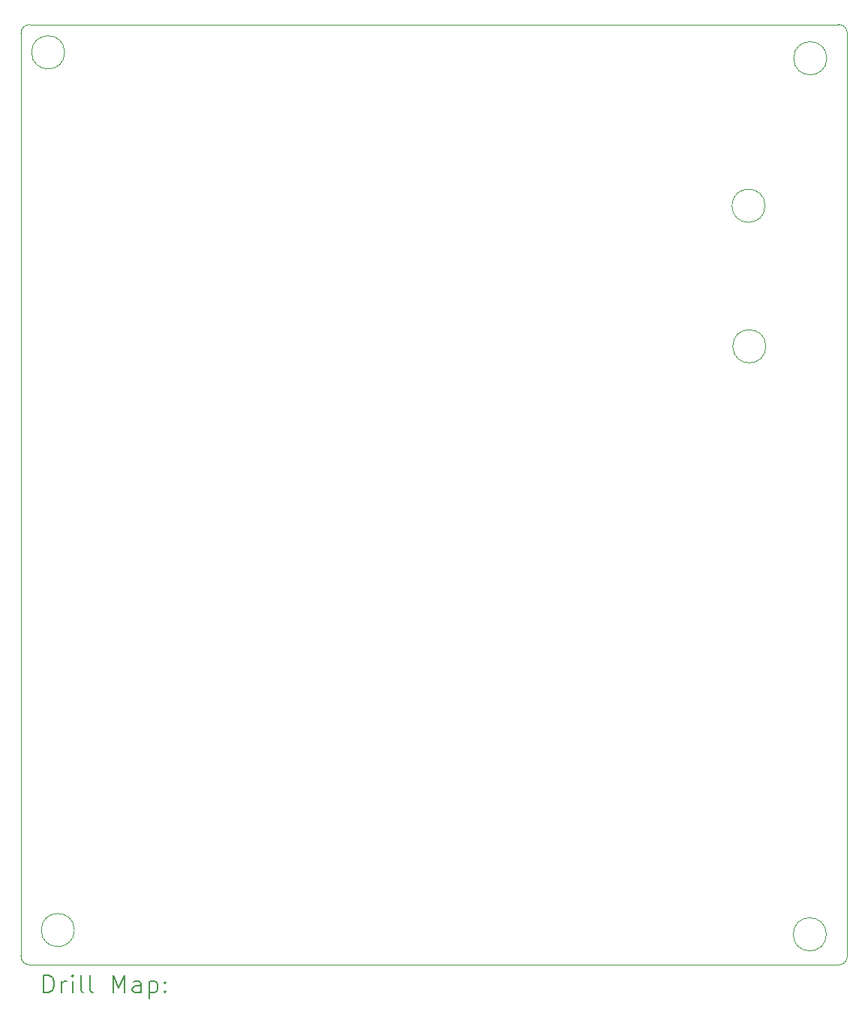
<source format=gbr>
%TF.GenerationSoftware,KiCad,Pcbnew,7.0.11*%
%TF.CreationDate,2025-01-18T22:09:00+03:00*%
%TF.ProjectId,Pong,506f6e67-2e6b-4696-9361-645f70636258,rev?*%
%TF.SameCoordinates,Original*%
%TF.FileFunction,Drillmap*%
%TF.FilePolarity,Positive*%
%FSLAX45Y45*%
G04 Gerber Fmt 4.5, Leading zero omitted, Abs format (unit mm)*
G04 Created by KiCad (PCBNEW 7.0.11) date 2025-01-18 22:09:00*
%MOMM*%
%LPD*%
G01*
G04 APERTURE LIST*
%ADD10C,0.050000*%
%ADD11C,0.200000*%
G04 APERTURE END LIST*
D10*
X18310860Y-7350760D02*
G75*
G03*
X17937212Y-7350760I-186824J0D01*
G01*
X17937212Y-7350760D02*
G75*
G03*
X18310860Y-7350760I186824J0D01*
G01*
X9903460Y-14228140D02*
X9903460Y-3821100D01*
X10003460Y-3721100D02*
X19130340Y-3721100D01*
X19230340Y-3821100D02*
G75*
G03*
X19130340Y-3721100I-100000J0D01*
G01*
X19130340Y-14328140D02*
X10003460Y-14328140D01*
X19130340Y-14328140D02*
G75*
G03*
X19230340Y-14228140I0J100000D01*
G01*
X19230340Y-3821100D02*
X19230340Y-14228140D01*
X18302104Y-5765800D02*
G75*
G03*
X17928456Y-5765800I-186824J0D01*
G01*
X17928456Y-5765800D02*
G75*
G03*
X18302104Y-5765800I186824J0D01*
G01*
X9903460Y-14228140D02*
G75*
G03*
X10003460Y-14328140I100000J0D01*
G01*
X10506844Y-13934440D02*
G75*
G03*
X10133196Y-13934440I-186824J0D01*
G01*
X10133196Y-13934440D02*
G75*
G03*
X10506844Y-13934440I186824J0D01*
G01*
X10003460Y-3721100D02*
G75*
G03*
X9903460Y-3821100I0J-100000D01*
G01*
X10397624Y-4036060D02*
G75*
G03*
X10023976Y-4036060I-186824J0D01*
G01*
X10023976Y-4036060D02*
G75*
G03*
X10397624Y-4036060I186824J0D01*
G01*
X18998064Y-4102100D02*
G75*
G03*
X18624416Y-4102100I-186824J0D01*
G01*
X18624416Y-4102100D02*
G75*
G03*
X18998064Y-4102100I186824J0D01*
G01*
X18992984Y-13982700D02*
G75*
G03*
X18619336Y-13982700I-186824J0D01*
G01*
X18619336Y-13982700D02*
G75*
G03*
X18992984Y-13982700I186824J0D01*
G01*
D11*
X10161737Y-14642124D02*
X10161737Y-14442124D01*
X10161737Y-14442124D02*
X10209356Y-14442124D01*
X10209356Y-14442124D02*
X10237927Y-14451648D01*
X10237927Y-14451648D02*
X10256975Y-14470695D01*
X10256975Y-14470695D02*
X10266499Y-14489743D01*
X10266499Y-14489743D02*
X10276023Y-14527838D01*
X10276023Y-14527838D02*
X10276023Y-14556409D01*
X10276023Y-14556409D02*
X10266499Y-14594505D01*
X10266499Y-14594505D02*
X10256975Y-14613552D01*
X10256975Y-14613552D02*
X10237927Y-14632600D01*
X10237927Y-14632600D02*
X10209356Y-14642124D01*
X10209356Y-14642124D02*
X10161737Y-14642124D01*
X10361737Y-14642124D02*
X10361737Y-14508790D01*
X10361737Y-14546886D02*
X10371261Y-14527838D01*
X10371261Y-14527838D02*
X10380784Y-14518314D01*
X10380784Y-14518314D02*
X10399832Y-14508790D01*
X10399832Y-14508790D02*
X10418880Y-14508790D01*
X10485546Y-14642124D02*
X10485546Y-14508790D01*
X10485546Y-14442124D02*
X10476023Y-14451648D01*
X10476023Y-14451648D02*
X10485546Y-14461171D01*
X10485546Y-14461171D02*
X10495070Y-14451648D01*
X10495070Y-14451648D02*
X10485546Y-14442124D01*
X10485546Y-14442124D02*
X10485546Y-14461171D01*
X10609356Y-14642124D02*
X10590308Y-14632600D01*
X10590308Y-14632600D02*
X10580784Y-14613552D01*
X10580784Y-14613552D02*
X10580784Y-14442124D01*
X10714118Y-14642124D02*
X10695070Y-14632600D01*
X10695070Y-14632600D02*
X10685546Y-14613552D01*
X10685546Y-14613552D02*
X10685546Y-14442124D01*
X10942689Y-14642124D02*
X10942689Y-14442124D01*
X10942689Y-14442124D02*
X11009356Y-14584981D01*
X11009356Y-14584981D02*
X11076023Y-14442124D01*
X11076023Y-14442124D02*
X11076023Y-14642124D01*
X11256975Y-14642124D02*
X11256975Y-14537362D01*
X11256975Y-14537362D02*
X11247451Y-14518314D01*
X11247451Y-14518314D02*
X11228403Y-14508790D01*
X11228403Y-14508790D02*
X11190308Y-14508790D01*
X11190308Y-14508790D02*
X11171261Y-14518314D01*
X11256975Y-14632600D02*
X11237927Y-14642124D01*
X11237927Y-14642124D02*
X11190308Y-14642124D01*
X11190308Y-14642124D02*
X11171261Y-14632600D01*
X11171261Y-14632600D02*
X11161737Y-14613552D01*
X11161737Y-14613552D02*
X11161737Y-14594505D01*
X11161737Y-14594505D02*
X11171261Y-14575457D01*
X11171261Y-14575457D02*
X11190308Y-14565933D01*
X11190308Y-14565933D02*
X11237927Y-14565933D01*
X11237927Y-14565933D02*
X11256975Y-14556409D01*
X11352213Y-14508790D02*
X11352213Y-14708790D01*
X11352213Y-14518314D02*
X11371261Y-14508790D01*
X11371261Y-14508790D02*
X11409356Y-14508790D01*
X11409356Y-14508790D02*
X11428403Y-14518314D01*
X11428403Y-14518314D02*
X11437927Y-14527838D01*
X11437927Y-14527838D02*
X11447451Y-14546886D01*
X11447451Y-14546886D02*
X11447451Y-14604028D01*
X11447451Y-14604028D02*
X11437927Y-14623076D01*
X11437927Y-14623076D02*
X11428403Y-14632600D01*
X11428403Y-14632600D02*
X11409356Y-14642124D01*
X11409356Y-14642124D02*
X11371261Y-14642124D01*
X11371261Y-14642124D02*
X11352213Y-14632600D01*
X11533165Y-14623076D02*
X11542689Y-14632600D01*
X11542689Y-14632600D02*
X11533165Y-14642124D01*
X11533165Y-14642124D02*
X11523642Y-14632600D01*
X11523642Y-14632600D02*
X11533165Y-14623076D01*
X11533165Y-14623076D02*
X11533165Y-14642124D01*
X11533165Y-14518314D02*
X11542689Y-14527838D01*
X11542689Y-14527838D02*
X11533165Y-14537362D01*
X11533165Y-14537362D02*
X11523642Y-14527838D01*
X11523642Y-14527838D02*
X11533165Y-14518314D01*
X11533165Y-14518314D02*
X11533165Y-14537362D01*
M02*

</source>
